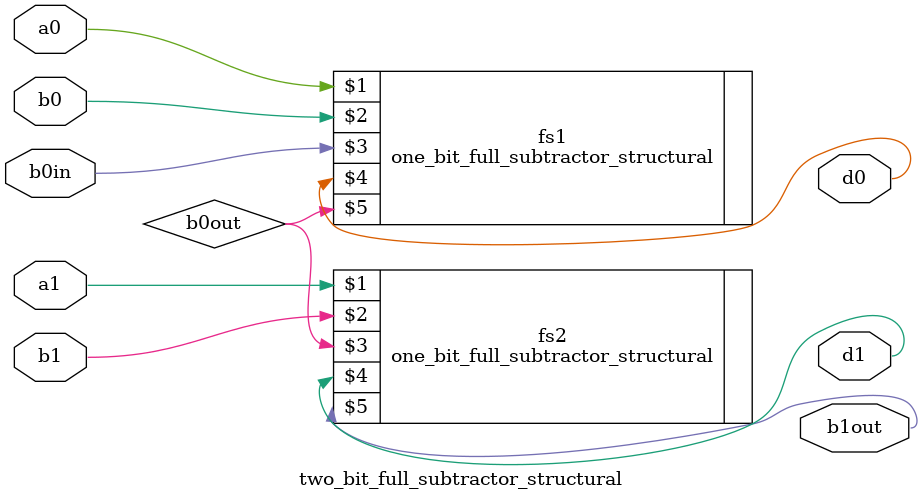
<source format=sv>
`timescale 1ns / 1ps


module two_bit_full_subtractor_structural( input logic a0, b0, b0in, a1, b1, output logic d0, d1, b1out);
	
	logic b0out;

	one_bit_full_subtractor_structural fs1( a0, b0, b0in, d0, b0out);
    one_bit_full_subtractor_structural fs2( a1, b1, b0out, d1, b1out);

endmodule

</source>
